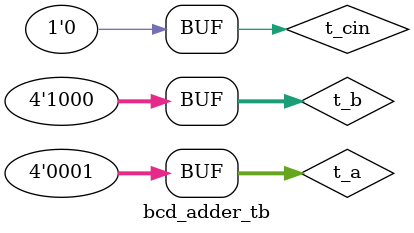
<source format=v>
module bcd_fadd(
  input [3:0] a, b,
  input cin,
  output cout,
  output [3:0] sum
);
  reg [4:0] bin_sum;
  
  always @(*) begin
    bin_sum = a + b + cin;
    
    if (bin_sum > 9)
      bin_sum = bin_sum + 6;
    
  end
  
  assign cout = bin_sum[4];
  assign sum = bin_sum[3:0];
endmodule

// TESTBENCH

module bcd_adder_tb();
  
  reg [3:0] t_a, t_b;
  reg t_cin;
  wire t_cout;
  wire [3:0] t_sum;
  
  bcd_fadd dut(t_a, t_b, t_cin, t_cout, t_sum);
  initial begin
    $dumpfile("bcd_adder.vcd");
    $dumpvars;
    
    t_a = 0; t_b = 0; t_cin = 0;
    #20 t_a = 4'd4; t_b = 4'd5;
    #20 t_a = 4'd9; t_b = 4'd7;
    #20 t_a = 4'd6; t_b = 4'd4;
    #20 t_a = 4'd1; t_b = 4'd8;
  end
  
  initial begin
    $monitor("a = %d, b = %d, cin = %d \t sum = %d, cout = %d", t_a, t_b, t_cin, t_cout, t_sum);
  end
  
endmodule

</source>
